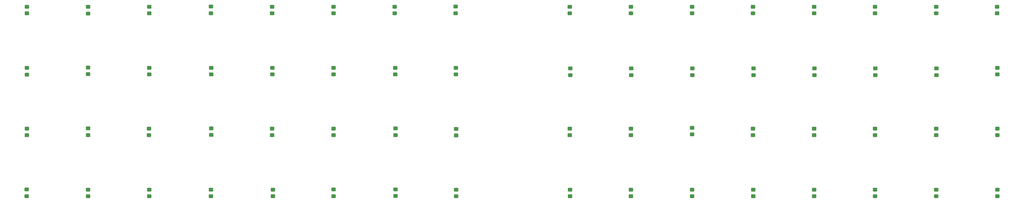
<source format=gbr>
%TF.GenerationSoftware,KiCad,Pcbnew,6.0.7-f9a2dced07~116~ubuntu20.04.1*%
%TF.CreationDate,2022-10-16T12:29:11-07:00*%
%TF.ProjectId,keyboard,6b657962-6f61-4726-942e-6b696361645f,rev?*%
%TF.SameCoordinates,Original*%
%TF.FileFunction,Paste,Bot*%
%TF.FilePolarity,Positive*%
%FSLAX46Y46*%
G04 Gerber Fmt 4.6, Leading zero omitted, Abs format (unit mm)*
G04 Created by KiCad (PCBNEW 6.0.7-f9a2dced07~116~ubuntu20.04.1) date 2022-10-16 12:29:11*
%MOMM*%
%LPD*%
G01*
G04 APERTURE LIST*
G04 Aperture macros list*
%AMRoundRect*
0 Rectangle with rounded corners*
0 $1 Rounding radius*
0 $2 $3 $4 $5 $6 $7 $8 $9 X,Y pos of 4 corners*
0 Add a 4 corners polygon primitive as box body*
4,1,4,$2,$3,$4,$5,$6,$7,$8,$9,$2,$3,0*
0 Add four circle primitives for the rounded corners*
1,1,$1+$1,$2,$3*
1,1,$1+$1,$4,$5*
1,1,$1+$1,$6,$7*
1,1,$1+$1,$8,$9*
0 Add four rect primitives between the rounded corners*
20,1,$1+$1,$2,$3,$4,$5,0*
20,1,$1+$1,$4,$5,$6,$7,0*
20,1,$1+$1,$6,$7,$8,$9,0*
20,1,$1+$1,$8,$9,$2,$3,0*%
G04 Aperture macros list end*
%ADD10RoundRect,0.250000X0.450000X-0.325000X0.450000X0.325000X-0.450000X0.325000X-0.450000X-0.325000X0*%
G04 APERTURE END LIST*
D10*
%TO.C,D55*%
X106045000Y-154322500D03*
X106045000Y-152272500D03*
%TD*%
%TO.C,D17*%
X294145000Y-116322500D03*
X294145000Y-114272500D03*
%TD*%
%TO.C,D33*%
X201490000Y-116282500D03*
X201490000Y-114232500D03*
%TD*%
%TO.C,D12*%
X332187500Y-173372500D03*
X332187500Y-171322500D03*
%TD*%
%TO.C,D2*%
X370220000Y-135345000D03*
X370220000Y-133295000D03*
%TD*%
%TO.C,D26*%
X256210000Y-135587500D03*
X256210000Y-133537500D03*
%TD*%
%TO.C,D48*%
X144580000Y-173362500D03*
X144580000Y-171312500D03*
%TD*%
%TO.C,D21*%
X275142500Y-116322500D03*
X275142500Y-114272500D03*
%TD*%
%TO.C,D36*%
X201647500Y-173372500D03*
X201647500Y-171322500D03*
%TD*%
%TO.C,D46*%
X144440000Y-135357500D03*
X144440000Y-133307500D03*
%TD*%
%TO.C,D34*%
X201610000Y-135355000D03*
X201610000Y-133305000D03*
%TD*%
%TO.C,D13*%
X313147500Y-116322500D03*
X313147500Y-114272500D03*
%TD*%
%TO.C,D64*%
X67900000Y-173352500D03*
X67900000Y-171302500D03*
%TD*%
%TO.C,D5*%
X351200000Y-116322500D03*
X351200000Y-114272500D03*
%TD*%
%TO.C,D56*%
X106065000Y-173402500D03*
X106065000Y-171352500D03*
%TD*%
%TO.C,D29*%
X237090000Y-116322500D03*
X237090000Y-114272500D03*
%TD*%
%TO.C,D60*%
X87077500Y-173382500D03*
X87077500Y-171332500D03*
%TD*%
%TO.C,D58*%
X87047500Y-135305000D03*
X87047500Y-133255000D03*
%TD*%
%TO.C,D38*%
X182695000Y-135347500D03*
X182695000Y-133297500D03*
%TD*%
%TO.C,D30*%
X237207500Y-135587500D03*
X237207500Y-133537500D03*
%TD*%
%TO.C,D20*%
X294182500Y-173372500D03*
X294182500Y-171322500D03*
%TD*%
%TO.C,D42*%
X163510000Y-135377500D03*
X163510000Y-133327500D03*
%TD*%
%TO.C,D22*%
X275260000Y-135587500D03*
X275260000Y-133537500D03*
%TD*%
%TO.C,D19*%
X294152500Y-154332500D03*
X294152500Y-152282500D03*
%TD*%
%TO.C,D32*%
X237127500Y-173372500D03*
X237127500Y-171322500D03*
%TD*%
%TO.C,D3*%
X370210000Y-154332500D03*
X370210000Y-152282500D03*
%TD*%
%TO.C,D45*%
X144362500Y-116312500D03*
X144362500Y-114262500D03*
%TD*%
%TO.C,D50*%
X125412500Y-135345000D03*
X125412500Y-133295000D03*
%TD*%
%TO.C,D10*%
X332267500Y-135587500D03*
X332267500Y-133537500D03*
%TD*%
%TO.C,D61*%
X67980000Y-114252500D03*
X67980000Y-116302500D03*
%TD*%
%TO.C,D37*%
X182507500Y-116302500D03*
X182507500Y-114252500D03*
%TD*%
%TO.C,D62*%
X67970000Y-135412500D03*
X67970000Y-133362500D03*
%TD*%
%TO.C,D6*%
X351317500Y-135587500D03*
X351317500Y-133537500D03*
%TD*%
%TO.C,D27*%
X256100000Y-154332500D03*
X256100000Y-152282500D03*
%TD*%
%TO.C,D54*%
X106095000Y-135365000D03*
X106095000Y-133315000D03*
%TD*%
%TO.C,D11*%
X332157500Y-154332500D03*
X332157500Y-152282500D03*
%TD*%
%TO.C,D43*%
X163507500Y-154352500D03*
X163507500Y-152302500D03*
%TD*%
%TO.C,D28*%
X256130000Y-173372500D03*
X256130000Y-171322500D03*
%TD*%
%TO.C,D41*%
X163480000Y-116352500D03*
X163480000Y-114302500D03*
%TD*%
%TO.C,D44*%
X163457500Y-173342500D03*
X163457500Y-171292500D03*
%TD*%
%TO.C,D57*%
X87070000Y-116362500D03*
X87070000Y-114312500D03*
%TD*%
%TO.C,D59*%
X87047500Y-154302500D03*
X87047500Y-152252500D03*
%TD*%
%TO.C,D35*%
X201657500Y-154422500D03*
X201657500Y-152372500D03*
%TD*%
%TO.C,D24*%
X275180000Y-173372500D03*
X275180000Y-171322500D03*
%TD*%
%TO.C,D47*%
X144360000Y-154362500D03*
X144360000Y-152312500D03*
%TD*%
%TO.C,D16*%
X313185000Y-173372500D03*
X313185000Y-171322500D03*
%TD*%
%TO.C,D14*%
X313265000Y-135587500D03*
X313265000Y-133537500D03*
%TD*%
%TO.C,D1*%
X370202500Y-116322500D03*
X370202500Y-114272500D03*
%TD*%
%TO.C,D53*%
X106097500Y-116322500D03*
X106097500Y-114272500D03*
%TD*%
%TO.C,D15*%
X313155000Y-154332500D03*
X313155000Y-152282500D03*
%TD*%
%TO.C,D25*%
X256092500Y-116322500D03*
X256092500Y-114272500D03*
%TD*%
%TO.C,D4*%
X370240000Y-173372500D03*
X370240000Y-171322500D03*
%TD*%
%TO.C,D23*%
X275150000Y-154087500D03*
X275150000Y-152037500D03*
%TD*%
%TO.C,D9*%
X332150000Y-116322500D03*
X332150000Y-114272500D03*
%TD*%
%TO.C,D7*%
X351207500Y-154332500D03*
X351207500Y-152282500D03*
%TD*%
%TO.C,D51*%
X125412500Y-154262500D03*
X125412500Y-152212500D03*
%TD*%
%TO.C,D18*%
X294262500Y-135587500D03*
X294262500Y-133537500D03*
%TD*%
%TO.C,D49*%
X125275000Y-116272500D03*
X125275000Y-114222500D03*
%TD*%
%TO.C,D39*%
X182820000Y-154292500D03*
X182820000Y-152242500D03*
%TD*%
%TO.C,D52*%
X125312500Y-173412500D03*
X125312500Y-171362500D03*
%TD*%
%TO.C,D8*%
X351237500Y-173372500D03*
X351237500Y-171322500D03*
%TD*%
%TO.C,D63*%
X68030000Y-154332500D03*
X68030000Y-152282500D03*
%TD*%
%TO.C,D31*%
X237097500Y-154332500D03*
X237097500Y-152282500D03*
%TD*%
%TO.C,D40*%
X182780000Y-173335000D03*
X182780000Y-171285000D03*
%TD*%
M02*

</source>
